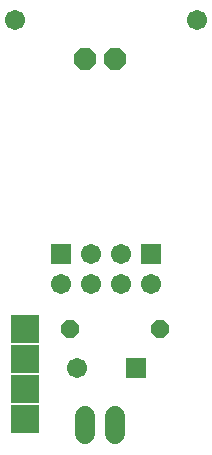
<source format=gbr>
G04 EAGLE Gerber RS-274X export*
G75*
%MOMM*%
%FSLAX34Y34*%
%LPD*%
%INSoldermask Top*%
%IPPOS*%
%AMOC8*
5,1,8,0,0,1.08239X$1,22.5*%
G01*
%ADD10R,1.711200X1.711200*%
%ADD11C,1.711200*%
%ADD12P,1.649562X8X22.500000*%
%ADD13R,2.387600X2.387600*%
%ADD14P,2.034460X8X202.500000*%
%ADD15C,1.727200*%


D10*
X118980Y68900D03*
D11*
X68980Y68900D03*
X170980Y362900D03*
X16980Y362900D03*
D12*
X63500Y101600D03*
X139700Y101600D03*
D10*
X55880Y165100D03*
D11*
X81280Y165100D03*
X106680Y165100D03*
X106680Y139700D03*
X81280Y139700D03*
X55880Y139700D03*
X132080Y139700D03*
D10*
X132080Y165100D03*
D13*
X25400Y101600D03*
X25400Y76200D03*
X25400Y50800D03*
X25400Y25400D03*
D14*
X101600Y330200D03*
X76200Y330200D03*
D15*
X76200Y27940D02*
X76200Y12700D01*
X101600Y12700D02*
X101600Y27940D01*
M02*

</source>
